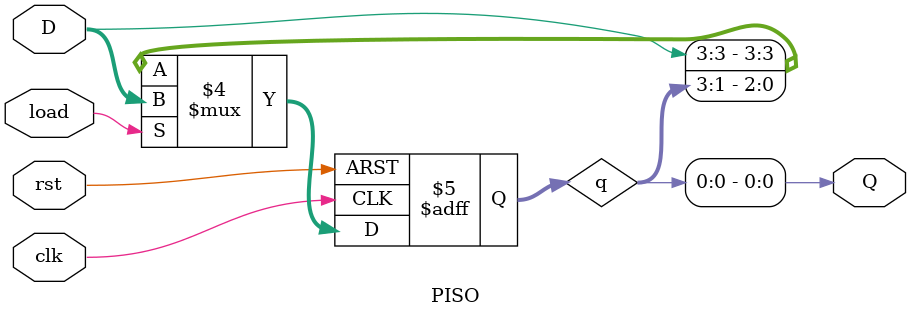
<source format=sv>

module PISO (Q,D,clk,rst,load);
  input logic clk,rst,load;
  input logic [3:0] D;
  output logic Q;
  
  logic [3:0] q;
  
  always @(posedge clk or negedge rst) begin
    if (!rst) q <= '0;
    else q <= (load=='0) ?  {D[3],q[3],q[2],q[1]} : D;
  end
  
  assign Q = q[0];
  
endmodule









</source>
